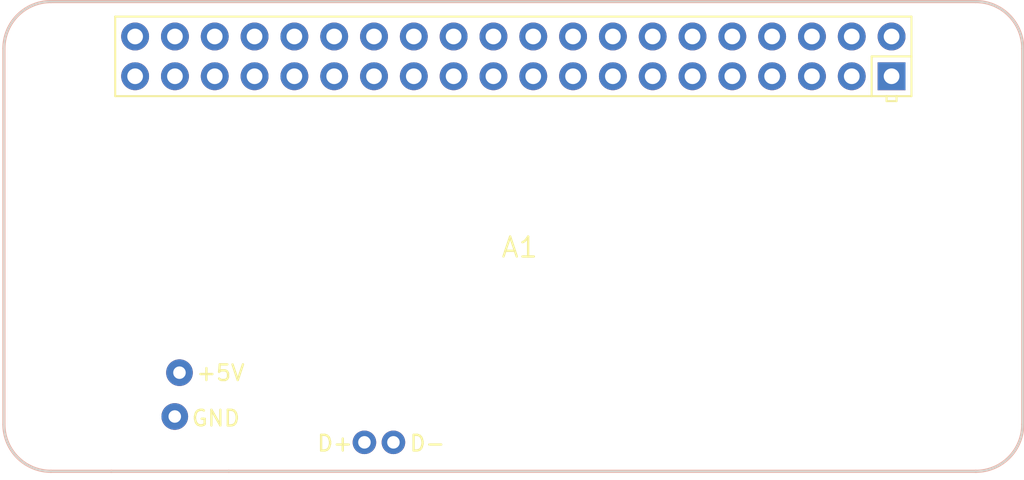
<source format=kicad_pcb>
(kicad_pcb (version 20240108) (generator "pcbnew") (generator_version "8.0")
  (layers (0 "F.Cu" signal) (31 "B.Cu" signal) (34 "B.Paste" user) (35 "F.Paste" user) (36 "B.SilkS" user "B.Silkscreen") (37 "F.SilkS" user "F.Silkscreen") (38 "B.Mask" user) (39 "F.Mask" user) (44 "Edge.Cuts" user))
  (net 0 "")
  (footprint "Raspberry_Pi_Zero_v.1.3_Hat:RASPI_ZERO_FULL" (layer "F.Cu") (at 119 109.1)
    (property "Reference" "A1" (at 32.9 -14.3 0) (layer "F.SilkS") (effects (font (size 1.27 1.27))))
    (property "Value" "Raspberry Pi Zero v1.3")
    (fp_line (start 0 -27) (end 0 -3) (stroke (width 0.2)) (layer "B.SilkS"))
    (fp_line (start 3 0) (end 6.85 0) (stroke (width 0.2)) (layer "B.SilkS"))
    (fp_line (start 6.85 0) (end 14.35 0) (stroke (width 0.2)) (layer "B.SilkS"))
    (fp_line (start 14.35 0) (end 62 0) (stroke (width 0.2)) (layer "B.SilkS"))
    (fp_line (start 62 -30) (end 3 -30) (stroke (width 0.2)) (layer "B.SilkS"))
    (fp_line (start 65 -3) (end 65 -27) (stroke (width 0.2)) (layer "B.SilkS"))
    (fp_arc (start 0 -27) (mid 0.87868 -29.12132) (end 3 -30) (stroke (width 0.2)) (layer "B.SilkS"))
    (fp_arc (start 3 0) (mid 0.87868 -0.87868) (end 0 -3) (stroke (width 0.2)) (layer "B.SilkS"))
    (fp_arc (start 62 -30) (mid 64.12132 -29.12132) (end 65 -27) (stroke (width 0.2)) (layer "B.SilkS"))
    (fp_arc (start 65 -3) (mid 64.12132 -0.87868) (end 62 0) (stroke (width 0.2)) (layer "B.SilkS"))
    (fp_line (start 7.1 -29.04) (end 57.9 -29.04) (stroke (width 0.127)) (layer "F.SilkS"))
    (fp_line (start 7.1 -23.96) (end 7.1 -29.04) (stroke (width 0.127)) (layer "F.SilkS"))
    (fp_line (start 55.36 -26.5) (end 55.36 -23.96) (stroke (width 0.127)) (layer "F.SilkS"))
    (fp_line (start 55.36 -23.96) (end 7.1 -23.96) (stroke (width 0.127)) (layer "F.SilkS"))
    (fp_line (start 56.3125 -23.96) (end 55.36 -23.96) (stroke (width 0.127)) (layer "F.SilkS"))
    (fp_line (start 56.3125 -23.6425) (end 56.3125 -23.96) (stroke (width 0.127)) (layer "F.SilkS"))
    (fp_line (start 56.9475 -23.96) (end 56.3125 -23.96) (stroke (width 0.127)) (layer "F.SilkS"))
    (fp_line (start 56.9475 -23.96) (end 56.9475 -23.6425) (stroke (width 0.127)) (layer "F.SilkS"))
    (fp_line (start 56.9475 -23.6425) (end 56.3125 -23.6425) (stroke (width 0.127)) (layer "F.SilkS"))
    (fp_line (start 57.9 -29.04) (end 57.9 -26.5) (stroke (width 0.127)) (layer "F.SilkS"))
    (fp_line (start 57.9 -26.5) (end 55.36 -26.5) (stroke (width 0.127)) (layer "F.SilkS"))
    (fp_line (start 57.9 -26.5) (end 57.9 -23.96) (stroke (width 0.127)) (layer "F.SilkS"))
    (fp_line (start 57.9 -23.96) (end 56.9475 -23.96) (stroke (width 0.127)) (layer "F.SilkS"))
    (fp_text user "+5V" (at 12.2 -5.7 0) (layer "F.SilkS") (effects (justify left bottom)))
    (fp_text user "D+" (at 19.9 -1.2 0) (layer "F.SilkS") (effects (justify left bottom)))
    (fp_text user "GND" (at 11.9 -2.8 0) (layer "F.SilkS") (effects (justify left bottom)))
    (fp_text user "D-" (at 25.8 -1.2 0) (layer "F.SilkS") (effects (justify left bottom)))
    (pad "" np_thru_hole circle (at 3.5 -26.5) (size 2.75 2.75) (drill 2.75) (layers "*.Cu" "*.Mask"))
    (pad "" np_thru_hole circle (at 3.5 -3.5) (size 2.75 2.75) (drill 2.75) (layers "*.Cu" "*.Mask"))
    (pad "" np_thru_hole circle (at 61.5 -26.5) (size 2.75 2.75) (drill 2.75) (layers "*.Cu" "*.Mask"))
    (pad "" np_thru_hole circle (at 61.5 -3.5) (size 2.75 2.75) (drill 2.75) (layers "*.Cu" "*.Mask"))
    (pad "1" thru_hole rect (at 56.63 -25.23) (size 1.778 1.778) (drill 1) (layers "*.Cu" "*.Mask"))
    (pad "2" thru_hole circle (at 56.63 -27.77) (size 1.778 1.778) (drill 1) (layers "*.Cu" "*.Mask"))
    (pad "3" thru_hole circle (at 54.09 -25.23) (size 1.778 1.778) (drill 1) (layers "*.Cu" "*.Mask"))
    (pad "4" thru_hole circle (at 54.09 -27.77) (size 1.778 1.778) (drill 1) (layers "*.Cu" "*.Mask"))
    (pad "5" thru_hole circle (at 51.55 -25.23) (size 1.778 1.778) (drill 1) (layers "*.Cu" "*.Mask"))
    (pad "6" thru_hole circle (at 51.55 -27.77) (size 1.778 1.778) (drill 1) (layers "*.Cu" "*.Mask"))
    (pad "7" thru_hole circle (at 49.01 -25.23) (size 1.778 1.778) (drill 1) (layers "*.Cu" "*.Mask"))
    (pad "8" thru_hole circle (at 49.01 -27.77) (size 1.778 1.778) (drill 1) (layers "*.Cu" "*.Mask"))
    (pad "9" thru_hole circle (at 46.47 -25.23) (size 1.778 1.778) (drill 1) (layers "*.Cu" "*.Mask"))
    (pad "10" thru_hole circle (at 46.47 -27.77) (size 1.778 1.778) (drill 1) (layers "*.Cu" "*.Mask"))
    (pad "11" thru_hole circle (at 43.93 -25.23) (size 1.778 1.778) (drill 1) (layers "*.Cu" "*.Mask"))
    (pad "12" thru_hole circle (at 43.93 -27.77) (size 1.778 1.778) (drill 1) (layers "*.Cu" "*.Mask"))
    (pad "13" thru_hole circle (at 41.39 -25.23) (size 1.778 1.778) (drill 1) (layers "*.Cu" "*.Mask"))
    (pad "14" thru_hole circle (at 41.39 -27.77) (size 1.778 1.778) (drill 1) (layers "*.Cu" "*.Mask"))
    (pad "15" thru_hole circle (at 38.85 -25.23) (size 1.778 1.778) (drill 1) (layers "*.Cu" "*.Mask"))
    (pad "16" thru_hole circle (at 38.85 -27.77) (size 1.778 1.778) (drill 1) (layers "*.Cu" "*.Mask"))
    (pad "17" thru_hole circle (at 36.31 -25.23) (size 1.778 1.778) (drill 1) (layers "*.Cu" "*.Mask"))
    (pad "18" thru_hole circle (at 36.31 -27.77) (size 1.778 1.778) (drill 1) (layers "*.Cu" "*.Mask"))
    (pad "19" thru_hole circle (at 33.77 -25.23) (size 1.778 1.778) (drill 1) (layers "*.Cu" "*.Mask"))
    (pad "20" thru_hole circle (at 33.77 -27.77) (size 1.778 1.778) (drill 1) (layers "*.Cu" "*.Mask"))
    (pad "21" thru_hole circle (at 31.23 -25.23) (size 1.778 1.778) (drill 1) (layers "*.Cu" "*.Mask"))
    (pad "22" thru_hole circle (at 31.23 -27.77) (size 1.778 1.778) (drill 1) (layers "*.Cu" "*.Mask"))
    (pad "23" thru_hole circle (at 28.69 -25.23) (size 1.778 1.778) (drill 1) (layers "*.Cu" "*.Mask"))
    (pad "24" thru_hole circle (at 28.69 -27.77) (size 1.778 1.778) (drill 1) (layers "*.Cu" "*.Mask"))
    (pad "25" thru_hole circle (at 26.15 -25.23) (size 1.778 1.778) (drill 1) (layers "*.Cu" "*.Mask"))
    (pad "26" thru_hole circle (at 26.15 -27.77) (size 1.778 1.778) (drill 1) (layers "*.Cu" "*.Mask"))
    (pad "27" thru_hole circle (at 23.61 -25.23) (size 1.778 1.778) (drill 1) (layers "*.Cu" "*.Mask"))
    (pad "28" thru_hole circle (at 23.61 -27.77) (size 1.778 1.778) (drill 1) (layers "*.Cu" "*.Mask"))
    (pad "29" thru_hole circle (at 21.07 -25.23) (size 1.778 1.778) (drill 1) (layers "*.Cu" "*.Mask"))
    (pad "30" thru_hole circle (at 21.07 -27.77) (size 1.778 1.778) (drill 1) (layers "*.Cu" "*.Mask"))
    (pad "31" thru_hole circle (at 18.53 -25.23) (size 1.778 1.778) (drill 1) (layers "*.Cu" "*.Mask"))
    (pad "32" thru_hole circle (at 18.53 -27.77) (size 1.778 1.778) (drill 1) (layers "*.Cu" "*.Mask"))
    (pad "33" thru_hole circle (at 15.99 -25.23) (size 1.778 1.778) (drill 1) (layers "*.Cu" "*.Mask"))
    (pad "34" thru_hole circle (at 15.99 -27.77) (size 1.778 1.778) (drill 1) (layers "*.Cu" "*.Mask"))
    (pad "35" thru_hole circle (at 13.45 -25.23) (size 1.778 1.778) (drill 1) (layers "*.Cu" "*.Mask"))
    (pad "36" thru_hole circle (at 13.45 -27.77) (size 1.778 1.778) (drill 1) (layers "*.Cu" "*.Mask"))
    (pad "37" thru_hole circle (at 10.91 -25.23) (size 1.778 1.778) (drill 1) (layers "*.Cu" "*.Mask"))
    (pad "38" thru_hole circle (at 10.91 -27.77) (size 1.778 1.778) (drill 1) (layers "*.Cu" "*.Mask"))
    (pad "39" thru_hole circle (at 8.37 -25.23) (size 1.778 1.778) (drill 1) (layers "*.Cu" "*.Mask"))
    (pad "40" thru_hole circle (at 8.37 -27.77) (size 1.778 1.778) (drill 1) (layers "*.Cu" "*.Mask"))
    (pad "PP1" thru_hole circle (at 11.2 -6.3) (size 1.7 1.7) (drill 0.8) (layers "*.Cu" "*.Mask"))
    (pad "PP6" thru_hole circle (at 10.9 -3.5) (size 1.7 1.7) (drill 0.8) (layers "*.Cu" "*.Mask"))
    (pad "PP22" thru_hole circle (at 23 -1.85) (size 1.5 1.5) (drill 0.8) (layers "*.Cu" "*.Mask"))
    (pad "PP23" thru_hole circle (at 24.85 -1.85) (size 1.5 1.5) (drill 0.8) (layers "*.Cu" "*.Mask"))
  )
  (gr_arc (start 184 106.1) (mid 183.12132 108.22132) (end 181 109.1) (stroke (width 0.1)) (layer "Edge.Cuts"))
  (gr_line (start 184 106.1) (end 184 82.1) (stroke (width 0.1)) (layer "Edge.Cuts"))
  (gr_arc (start 119 82.1) (mid 119.87868 79.97868) (end 122 79.1) (stroke (width 0.1)) (layer "Edge.Cuts"))
  (gr_arc (start 122 109.1) (mid 119.87868 108.22132) (end 119 106.1) (stroke (width 0.1)) (layer "Edge.Cuts"))
  (gr_line (start 119 82.1) (end 119 106.1) (stroke (width 0.1)) (layer "Edge.Cuts"))
  (gr_line (start 122 79.1) (end 181 79.1) (stroke (width 0.1)) (layer "Edge.Cuts"))
  (gr_line (start 122 109.1) (end 181 109.1) (stroke (width 0.1)) (layer "Edge.Cuts"))
  (gr_arc (start 181 79.1) (mid 183.12132 79.97868) (end 184 82.1) (stroke (width 0.1)) (layer "Edge.Cuts"))
)
</source>
